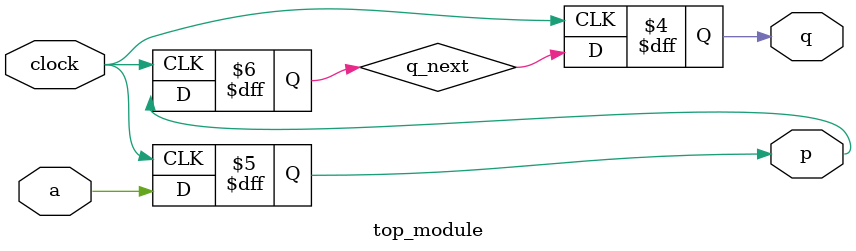
<source format=sv>
module top_module (
    input clock,
    input a, 
    output reg p,
    output reg q
);

    reg q_next;

    always @(posedge clock) begin
        if (clock) begin
            p <= a;
            q_next <= p;
        end
    end

    always @(negedge clock) begin
        if (!clock) begin
            q <= q_next;
        end
    end
endmodule

</source>
